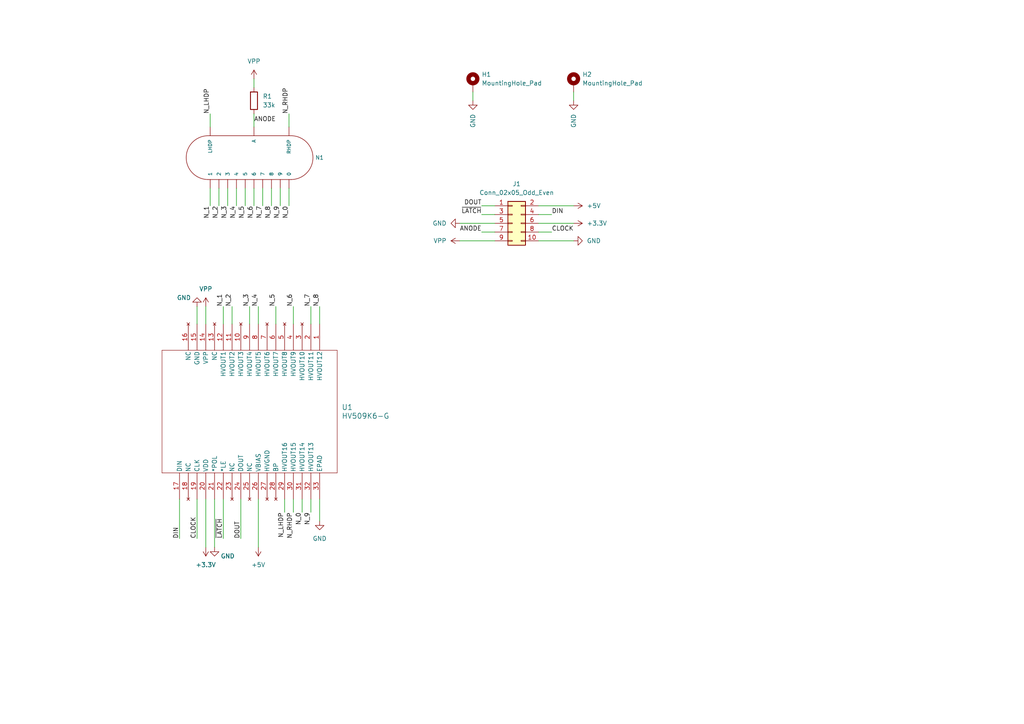
<source format=kicad_sch>
(kicad_sch (version 20230121) (generator eeschema)
  (paper "A4")
  (title_block (title "IN-14 daughter board") (rev "A"))
  (lib_symbols
    (symbol "00_lib:HV509K6-G" (pin_names (offset 0.254))
      (property "Reference" "U1" (at 24.13 6.35 90))
      (property "Value" "HV509K6-G" (at 26.67 6.35 90))
      (symbol "HV509K6-G_0_1"
        (polyline (pts (xy 7.62 -45.72) (xy 43.18 -45.72)) (stroke (width 0.127)))
        (polyline (pts (xy 7.62 5.08) (xy 7.62 -45.72)) (stroke (width 0.127)))
        (polyline (pts (xy 43.18 -45.72) (xy 43.18 5.08)) (stroke (width 0.127)))
        (polyline (pts (xy 43.18 5.08) (xy 7.62 5.08)) (stroke (width 0.127)))
        (pin output line (at 0 0 0) (length 7.62) (name "HVOUT12") (number "1"))
        (pin no_connect line (at 0 -22.86 0) (length 7.62) (name "HVOUT3") (number "10"))
        (pin output line (at 0 -25.4 0) (length 7.62) (name "HVOUT2") (number "11"))
        (pin output line (at 0 -27.94 0) (length 7.62) (name "HVOUT1") (number "12"))
        (pin no_connect line (at 0 -30.48 0) (length 7.62) (name "NC") (number "13"))
        (pin power_in line (at 0 -33.02 0) (length 7.62) (name "VPP") (number "14"))
        (pin power_in line (at 0 -35.56 0) (length 7.62) (name "GND") (number "15"))
        (pin no_connect line (at 0 -38.1 0) (length 7.62) (name "NC") (number "16"))
        (pin input line (at 50.8 -40.64 180) (length 7.62) (name "DIN") (number "17"))
        (pin no_connect line (at 50.8 -38.1 180) (length 7.62) (name "NC") (number "18"))
        (pin input line (at 50.8 -35.56 180) (length 7.62) (name "CLK") (number "19"))
        (pin output line (at 0 -2.54 0) (length 7.62) (name "HVOUT11") (number "2"))
        (pin power_in line (at 50.8 -33.02 180) (length 7.62) (name "VDD") (number "20"))
        (pin input line (at 50.8 -30.48 180) (length 7.62) (name "*POL") (number "21"))
        (pin input line (at 50.8 -27.94 180) (length 7.62) (name "*LE") (number "22"))
        (pin no_connect line (at 50.8 -25.4 180) (length 7.62) (name "NC") (number "23"))
        (pin output line (at 50.8 -22.86 180) (length 7.62) (name "DOUT") (number "24"))
        (pin no_connect line (at 50.8 -20.32 180) (length 7.62) (name "NC") (number "25"))
        (pin power_in line (at 50.8 -17.78 180) (length 7.62) (name "VBIAS") (number "26"))
        (pin no_connect line (at 50.8 -15.24 180) (length 7.62) (name "HVGND") (number "27"))
        (pin no_connect line (at 50.8 -12.7 180) (length 7.62) (name "BP") (number "28"))
        (pin output line (at 50.8 -10.16 180) (length 7.62) (name "HVOUT16") (number "29"))
        (pin no_connect line (at 0 -5.08 0) (length 7.62) (name "HVOUT10") (number "3"))
        (pin output line (at 50.8 -7.62 180) (length 7.62) (name "HVOUT15") (number "30"))
        (pin output line (at 50.8 -5.08 180) (length 7.62) (name "HVOUT14") (number "31"))
        (pin output line (at 50.8 -2.54 180) (length 7.62) (name "HVOUT13") (number "32"))
        (pin passive line (at 50.8 0 180) (length 7.62) (name "EPAD") (number "33"))
        (pin output line (at 0 -7.62 0) (length 7.62) (name "HVOUT9") (number "4"))
        (pin no_connect line (at 0 -10.16 0) (length 7.62) (name "HVOUT8") (number "5"))
        (pin output line (at 0 -12.7 0) (length 7.62) (name "HVOUT7") (number "6"))
        (pin no_connect line (at 0 -15.24 0) (length 7.62) (name "HVOUT6") (number "7"))
        (pin output line (at 0 -17.78 0) (length 7.62) (name "HVOUT5") (number "8"))
        (pin output line (at 0 -20.32 0) (length 7.62) (name "HVOUT4") (number "9"))
      )
    )
    (symbol "00_lib:IN-14" (pin_numbers hide) (pin_names (offset 1.016))
      (property "Reference" "N" (at -2.54 18.415 0))
      (symbol "IN-14_1_0"
        (polyline (pts (xy -5.08 -13.335) (xy -5.08 10.795)))
        (polyline (pts (xy 7.62 -13.335) (xy 7.62 10.795)))
      )
      (symbol "IN-14_1_1"
        (arc (start -5.08 -13.335) (mid 1.27 -19.6574) (end 7.62 -13.335))
        (arc (start 7.62 10.795) (mid 1.27 17.1174) (end -5.08 10.795))
        (pin bidirectional line (at -7.62 -12.7 0) (length 2.54) (name "0") (number "0"))
        (pin bidirectional line (at -7.62 10.16 0) (length 2.54) (name "1") (number "1"))
        (pin bidirectional line (at -7.62 7.62 0) (length 2.54) (name "2") (number "2"))
        (pin bidirectional line (at -7.62 5.08 0) (length 2.54) (name "3") (number "3"))
        (pin bidirectional line (at -7.62 2.54 0) (length 2.54) (name "4") (number "4"))
        (pin bidirectional line (at -7.62 0 0) (length 2.54) (name "5") (number "5"))
        (pin bidirectional line (at -7.62 -2.54 0) (length 2.54) (name "6") (number "6"))
        (pin bidirectional line (at -7.62 -5.08 0) (length 2.54) (name "7") (number "7"))
        (pin bidirectional line (at -7.62 -7.62 0) (length 2.54) (name "8") (number "8"))
        (pin bidirectional line (at -7.62 -10.16 0) (length 2.54) (name "9") (number "9"))
        (pin bidirectional line (at 10.16 -2.54 180) (length 2.54) (name "A") (number "A"))
        (pin bidirectional line (at 10.16 10.16 180) (length 2.54) (name "LHDP") (number "LHDP"))
        (pin bidirectional line (at 10.16 -12.7 180) (length 2.54) (name "RHDP") (number "RHDP"))
      )
    )
    (symbol "Connector_Generic:Conn_02x05_Odd_Even" (pin_names (offset 1.016) hide)
      (property "Reference" "J1" (at 1.27 11.43 0))
      (property "Value" "Conn_02x05_Odd_Even" (at 1.27 8.89 0))
      (symbol "Conn_02x05_Odd_Even_1_1"
        (rectangle (start -1.27 -4.953) (end 0 -5.207) (stroke (width 0.1524)))
        (rectangle (start -1.27 -2.413) (end 0 -2.667) (stroke (width 0.1524)))
        (rectangle (start -1.27 0.127) (end 0 -0.127) (stroke (width 0.1524)))
        (rectangle (start -1.27 2.667) (end 0 2.413) (stroke (width 0.1524)))
        (rectangle (start -1.27 5.207) (end 0 4.953) (stroke (width 0.1524)))
        (rectangle (start -1.27 6.35) (end 3.81 -6.35) (stroke (width 0.254)) (fill (type background)))
        (rectangle (start 3.81 -4.953) (end 2.54 -5.207) (stroke (width 0.1524)))
        (rectangle (start 3.81 -2.413) (end 2.54 -2.667) (stroke (width 0.1524)))
        (rectangle (start 3.81 0.127) (end 2.54 -0.127) (stroke (width 0.1524)))
        (rectangle (start 3.81 2.667) (end 2.54 2.413) (stroke (width 0.1524)))
        (rectangle (start 3.81 5.207) (end 2.54 4.953) (stroke (width 0.1524)))
        (pin input line (at -5.08 5.08 0) (length 3.81) (name "Pin_1") (number "1"))
        (pin passive line (at 7.62 -5.08 180) (length 3.81) (name "Pin_10") (number "10"))
        (pin power_out line (at 7.62 5.08 180) (length 3.81) (name "Pin_2") (number "2"))
        (pin output line (at -5.08 2.54 0) (length 3.81) (name "Pin_3") (number "3"))
        (pin output line (at 7.62 2.54 180) (length 3.81) (name "Pin_4") (number "4"))
        (pin power_out line (at -5.08 0 0) (length 3.81) (name "Pin_5") (number "5"))
        (pin power_out line (at 7.62 0 180) (length 3.81) (name "Pin_6") (number "6"))
        (pin input line (at -5.08 -2.54 0) (length 3.81) (name "Pin_7") (number "7"))
        (pin output line (at 7.62 -2.54 180) (length 3.81) (name "Pin_8") (number "8"))
        (pin power_out line (at -5.08 -5.08 0) (length 3.81) (name "Pin_9") (number "9"))
      )
    )
    (symbol "Device:R" (pin_numbers hide) (pin_names (offset 0))
      (property "Reference" "R" (at 2.032 0 90))
      (property "Value" "R" (at 0 0 90))
      (symbol "R_0_1"
        (rectangle (start -1.016 -2.54) (end 1.016 2.54) (stroke (width 0.254)))
      )
      (symbol "R_1_1"
        (pin passive line (at 0 3.81 270) (length 1.27) (name "~") (number "1"))
        (pin passive line (at 0 -3.81 90) (length 1.27) (name "~") (number "2"))
      )
    )
    (symbol "Mechanical:MountingHole_Pad" (pin_numbers hide) (pin_names (offset 1.016) hide)
      (property "Reference" "H1" (at 2.54 2.54 0))
      (property "Value" "MountingHole_Pad" (at 2.54 0 0))
      (symbol "MountingHole_Pad_0_1"
        (circle (center 0 1.27) (radius 1.27) (stroke (width 1.27)))
      )
      (symbol "MountingHole_Pad_1_1"
        (pin passive line (at 0 -2.54 90) (length 2.54) (name "1") (number "1"))
      )
    )
    (symbol "MountingHole_Pad_1" (pin_numbers hide) (pin_names (offset 1.016) hide)
      (property "Reference" "H2" (at 2.54 2.54 0))
      (property "Value" "MountingHole_Pad" (at 2.54 0 0))
      (symbol "MountingHole_Pad_1_0_1"
        (circle (center 0 1.27) (radius 1.27) (stroke (width 1.27)))
      )
      (symbol "MountingHole_Pad_1_1_1"
        (pin passive line (at 0 -2.54 90) (length 2.54) (name "1") (number "1"))
      )
    )
    (symbol "power:+3.3V" (power) (pin_names (offset 0))
      (property "Value" "+3.3V" (at 0 3.556 0))
      (symbol "+3.3V_0_1"
        (polyline (pts (xy -0.762 1.27) (xy 0 2.54)))
        (polyline (pts (xy 0 0) (xy 0 2.54)))
        (polyline (pts (xy 0 2.54) (xy 0.762 1.27)))
      )
      (symbol "+3.3V_1_1"
        (pin power_in line (at 0 0 90) (length 0) hide (name "+3.3V") (number "1"))
      )
    )
    (symbol "power:+5V" (power) (pin_names (offset 0))
      (property "Value" "+5V" (at 0 3.556 0))
      (symbol "+5V_0_1"
        (polyline (pts (xy -0.762 1.27) (xy 0 2.54)))
        (polyline (pts (xy 0 0) (xy 0 2.54)))
        (polyline (pts (xy 0 2.54) (xy 0.762 1.27)))
      )
      (symbol "+5V_1_1"
        (pin power_in line (at 0 0 90) (length 0) hide (name "+5V") (number "1"))
      )
    )
    (symbol "power:GND" (power) (pin_names (offset 0))
      (property "Value" "GND" (at 0 -3.81 0))
      (symbol "GND_0_1"
        (polyline (pts (xy 0 0) (xy 0 -1.27) (xy 1.27 -1.27) (xy 0 -2.54) (xy -1.27 -1.27) (xy 0 -1.27)))
      )
      (symbol "GND_1_1"
        (pin power_in line (at 0 0 270) (length 0) hide (name "GND") (number "1"))
      )
    )
    (symbol "power:VPP" (power) (pin_names (offset 0))
      (property "Value" "VPP" (at 0 3.81 0))
      (symbol "VPP_0_1"
        (polyline (pts (xy -0.762 1.27) (xy 0 2.54)))
        (polyline (pts (xy 0 0) (xy 0 2.54)))
        (polyline (pts (xy 0 2.54) (xy 0.762 1.27)))
      )
      (symbol "VPP_1_1"
        (pin power_in line (at 0 0 90) (length 0) hide (name "VPP") (number "1"))
      )
    )
  )
  (wire (pts (xy 57.15 88.9) (xy 57.15 93.98)))
  (wire (pts (xy 166.37 59.69) (xy 156.21 59.69)))
  (wire (pts (xy 66.04 54.61) (xy 66.04 59.69)))
  (wire (pts (xy 72.39 88.9) (xy 72.39 93.98)))
  (wire (pts (xy 156.21 62.23) (xy 160.02 62.23)))
  (wire (pts (xy 60.96 54.61) (xy 60.96 59.69)))
  (wire (pts (xy 73.66 22.86) (xy 73.66 25.4)))
  (wire (pts (xy 57.15 144.78) (xy 57.15 156.21)))
  (wire (pts (xy 73.66 33.02) (xy 73.66 36.83)))
  (wire (pts (xy 62.23 144.78) (xy 62.23 158.75)))
  (wire (pts (xy 67.31 88.9) (xy 67.31 93.98)))
  (wire (pts (xy 59.69 144.78) (xy 59.69 158.75)))
  (wire (pts (xy 78.74 59.69) (xy 78.74 54.61)))
  (wire (pts (xy 63.5 54.61) (xy 63.5 59.69)))
  (wire (pts (xy 82.55 144.78) (xy 82.55 148.59)))
  (wire (pts (xy 87.63 144.78) (xy 87.63 148.59)))
  (wire (pts (xy 85.09 88.9) (xy 85.09 93.98)))
  (wire (pts (xy 59.69 88.9) (xy 59.69 93.98)))
  (wire (pts (xy 80.01 88.9) (xy 80.01 93.98)))
  (wire (pts (xy 60.96 33.02) (xy 60.96 36.83)))
  (wire (pts (xy 52.07 144.78) (xy 52.07 156.21)))
  (wire (pts (xy 156.21 69.85) (xy 166.37 69.85)))
  (wire (pts (xy 90.17 88.9) (xy 90.17 93.98)))
  (wire (pts (xy 64.77 88.9) (xy 64.77 93.98)))
  (wire (pts (xy 92.71 88.9) (xy 92.71 93.98)))
  (wire (pts (xy 90.17 144.78) (xy 90.17 148.59)))
  (wire (pts (xy 133.35 69.85) (xy 143.51 69.85)))
  (wire (pts (xy 83.82 33.02) (xy 83.82 36.83)))
  (wire (pts (xy 139.7 67.31) (xy 143.51 67.31)))
  (wire (pts (xy 64.77 144.78) (xy 64.77 156.21)))
  (wire (pts (xy 76.2 59.69) (xy 76.2 54.61)))
  (wire (pts (xy 85.09 144.78) (xy 85.09 148.59)))
  (wire (pts (xy 139.7 59.69) (xy 143.51 59.69)))
  (wire (pts (xy 137.16 26.67) (xy 137.16 29.21)))
  (wire (pts (xy 73.66 59.69) (xy 73.66 54.61)))
  (wire (pts (xy 139.7 62.23) (xy 143.51 62.23)))
  (wire (pts (xy 81.28 59.69) (xy 81.28 54.61)))
  (wire (pts (xy 71.12 54.61) (xy 71.12 59.69)))
  (wire (pts (xy 133.35 64.77) (xy 143.51 64.77)))
  (wire (pts (xy 156.21 67.31) (xy 160.02 67.31)))
  (wire (pts (xy 83.82 59.69) (xy 83.82 54.61)))
  (wire (pts (xy 68.58 54.61) (xy 68.58 59.69)))
  (wire (pts (xy 74.93 144.78) (xy 74.93 158.75)))
  (wire (pts (xy 166.37 26.67) (xy 166.37 29.21)))
  (wire (pts (xy 156.21 64.77) (xy 166.37 64.77)))
  (wire (pts (xy 92.71 144.78) (xy 92.71 151.13)))
  (wire (pts (xy 69.85 144.78) (xy 69.85 156.21)))
  (wire (pts (xy 74.93 88.9) (xy 74.93 93.98)))
  (label "N_6" (at 85.09 88.9 90))
  (label "N_2" (at 67.31 88.9 90))
  (label "N_8" (at 92.71 88.9 90))
  (label "N_7" (at 90.17 88.9 90))
  (label "N_RHDP" (at 85.09 148.59 270))
  (label "N_2" (at 63.5 59.69 270))
  (label "DOUT" (at 139.7 59.69 180))
  (label "N_4" (at 68.58 59.69 270))
  (label "DIN" (at 52.07 156.21 90))
  (label "N_1" (at 60.96 59.69 270))
  (label "ANODE" (at 139.7 67.31 180))
  (label "DOUT" (at 69.85 156.21 90))
  (label "N_3" (at 66.04 59.69 270))
  (label "N_3" (at 72.39 88.9 90))
  (label "~{LATCH}" (at 139.7 62.23 180))
  (label "N_5" (at 71.12 59.69 270))
  (label "N_1" (at 64.77 88.9 90))
  (label "~{LATCH}" (at 64.77 156.21 90))
  (label "N_9" (at 81.28 59.69 270))
  (label "CLOCK" (at 57.15 156.21 90))
  (label "N_9" (at 90.17 148.59 270))
  (label "N_0" (at 87.63 148.59 270))
  (label "DIN" (at 160.02 62.23 0))
  (label "N_7" (at 76.2 59.69 270))
  (label "N_LHDP" (at 60.96 33.02 90))
  (label "N_8" (at 78.74 59.69 270))
  (label "N_LHDP" (at 82.55 148.59 270))
  (label "ANODE" (at 73.66 35.56 0))
  (label "N_6" (at 73.66 59.69 270))
  (label "N_RHDP" (at 83.82 33.02 90))
  (label "N_4" (at 74.93 88.9 90))
  (label "CLOCK" (at 160.02 67.31 0))
  (label "N_5" (at 80.01 88.9 90))
  (label "N_0" (at 83.82 59.69 270))
  (symbol (lib_id "power:GND") (at 137.16 29.21 0) (mirror y) (unit 1)
    (property "Reference" "#PWR010" (effects hide))
    (property "Value" "GND" (at 137.16 33.02 90) (effects (justify right)))
  )
  (symbol (lib_id "Mechanical:MountingHole_Pad") (at 137.16 24.13 0) (unit 1)
    (property "Reference" "H1" (at 139.7 21.59 0) (effects (justify left)))
    (property "Value" "MountingHole_Pad" (at 139.7 24.13 0) (effects (justify left)))
    (property "Footprint" "MountingHole:MountingHole_2.7mm_M2.5_Pad_Via" (effects hide))
  )
  (symbol (lib_id "power:GND") (at 57.15 88.9 180) (unit 1)
    (property "Reference" "#PWR01" (effects hide))
    (property "Value" "GND" (at 53.34 86.36 0))
  )
  (symbol (lib_id "power:GND") (at 166.37 69.85 90) (unit 1)
    (property "Reference" "#PWR014" (effects hide))
    (property "Value" "GND" (at 170.18 69.85 90) (effects (justify right)))
  )
  (symbol (lib_id "power:VPP") (at 133.35 69.85 90) (unit 1)
    (property "Reference" "#PWR09" (effects hide))
    (property "Value" "VPP" (at 129.54 69.85 90) (effects (justify left)))
  )
  (symbol (lib_id "power:+3.3V") (at 59.69 158.75 180) (unit 1)
    (property "Reference" "#PWR03" (effects hide))
    (property "Value" "+3.3V" (at 59.69 163.83 0))
  )
  (symbol (lib_id "power:VPP") (at 73.66 22.86 0) (unit 1)
    (property "Reference" "#PWR05" (effects hide))
    (property "Value" "VPP" (at 73.66 17.78 0))
  )
  (symbol (lib_id "power:GND") (at 62.23 158.75 0) (unit 1)
    (property "Reference" "#PWR04" (effects hide))
    (property "Value" "GND" (at 66.04 161.29 0))
  )
  (symbol (lib_name "MountingHole_Pad_1") (lib_id "Mechanical:MountingHole_Pad") (at 166.37 24.13 0) (unit 1)
    (property "Reference" "H2" (at 168.91 21.59 0) (effects (justify left)))
    (property "Value" "MountingHole_Pad" (at 168.91 24.13 0) (effects (justify left)))
    (property "Footprint" "MountingHole:MountingHole_2.7mm_M2.5_Pad_Via" (effects hide))
  )
  (symbol (lib_id "power:GND") (at 133.35 64.77 270) (mirror x) (unit 1)
    (property "Reference" "#PWR08" (effects hide))
    (property "Value" "GND" (at 129.54 64.77 90) (effects (justify right)))
  )
  (symbol (lib_id "power:VPP") (at 59.69 88.9 0) (unit 1)
    (property "Reference" "#PWR02" (effects hide))
    (property "Value" "VPP" (at 59.69 83.82 0))
  )
  (symbol (lib_id "power:+3.3V") (at 166.37 64.77 270) (mirror x) (unit 1)
    (property "Reference" "#PWR013" (effects hide))
    (property "Value" "+3.3V" (at 170.18 64.77 90) (effects (justify left)))
  )
  (symbol (lib_id "power:+5V") (at 166.37 59.69 270) (mirror x) (unit 1)
    (property "Reference" "#PWR012" (effects hide))
    (property "Value" "+5V" (at 170.18 59.69 90) (effects (justify left)))
  )
  (symbol (lib_id "power:+5V") (at 74.93 158.75 180) (unit 1)
    (property "Reference" "#PWR06" (effects hide))
    (property "Value" "+5V" (at 74.93 163.83 0))
  )
  (symbol (lib_id "power:GND") (at 92.71 151.13 0) (unit 1)
    (property "Reference" "#PWR07" (effects hide))
    (property "Value" "GND" (at 92.71 156.21 0))
  )
  (symbol (lib_id "00_lib:IN-14") (at 71.12 46.99 90) (unit 1)
    (property "Reference" "N1" (at 91.44 45.72 90) (effects (font (size 1.143 1.143)) (justify right)))
    (property "Value" "IN-14" (effects hide))
    (property "Footprint" "00_lib:nixies-us-IN-14" (effects hide))
  )
  (symbol (lib_id "00_lib:HV509K6-G") (at 92.71 93.98 270) (unit 1)
    (property "Reference" "U1" (at 99.06 118.11 90) (effects (font (size 1.524 1.524)) (justify left)))
    (property "Value" "HV509K6-G" (at 99.06 120.65 90) (effects (font (size 1.524 1.524)) (justify left)))
    (property "Footprint" "Package_DFN_QFN:QFN-32-1EP_5x5mm_P0.5mm_EP3.1x3.1mm_ThermalVias" (effects hide))
    (property "Datasheet" "https://ww1.microchip.com/downloads/en/DeviceDoc/hv509.pdf" (effects hide))
  )
  (symbol (lib_id "Device:R") (at 73.66 29.21 0) (unit 1)
    (property "Reference" "R1" (at 76.2 27.94 0) (effects (justify left)))
    (property "Value" "33k" (at 76.2 30.48 0) (effects (justify left)))
    (property "Footprint" "Resistor_SMD:R_1206_3216Metric" (effects hide))
  )
  (symbol (lib_id "power:GND") (at 166.37 29.21 0) (mirror y) (unit 1)
    (property "Reference" "#PWR011" (effects hide))
    (property "Value" "GND" (at 166.37 33.02 90) (effects (justify right)))
  )
  (symbol (lib_id "Connector_Generic:Conn_02x05_Odd_Even") (at 148.59 64.77 0) (unit 1)
    (property "Reference" "J1" (at 149.86 53.34 0))
    (property "Value" "Conn_02x05_Odd_Even" (at 149.86 55.88 0))
    (property "Footprint" "Connector_PinHeader_2.54mm:PinHeader_2x05_P2.54mm_Vertical" (effects hide))
  )
)
</source>
